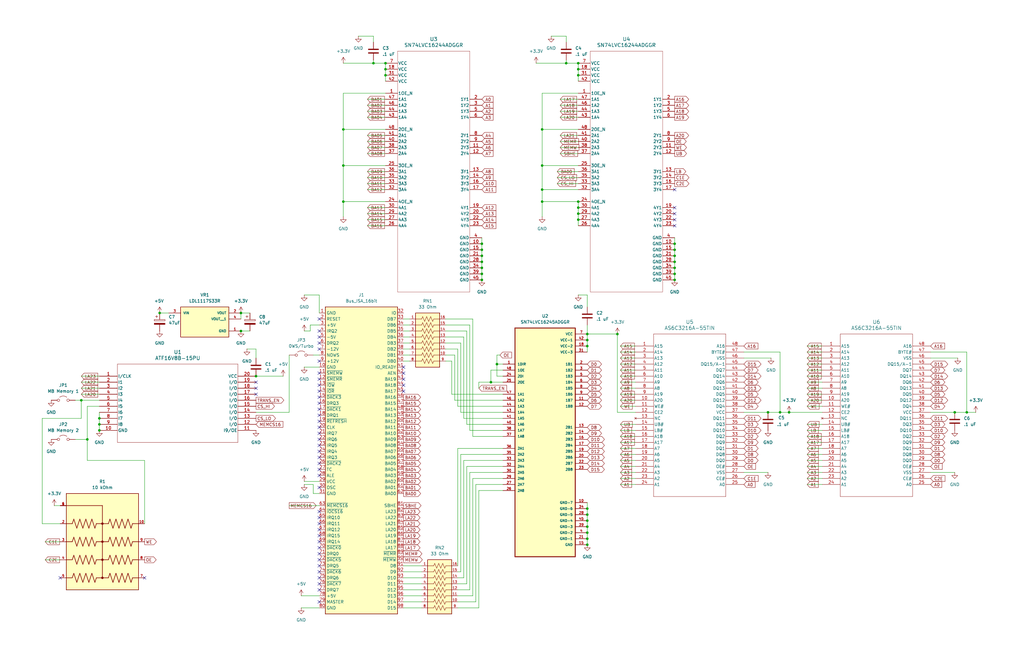
<source format=kicad_sch>
(kicad_sch (version 20250114) (generator "eeschema") (generator_version "9.0")
  (paper "B")
  (junction (at 284.48 105.41))
  (junction (at 247.65 219.71))
  (junction (at 41.91 179.07))
  (junction (at 284.48 118.11))
  (junction (at 228.6 69.85))
  (junction (at 284.48 107.95))
  (junction (at 228.6 85.09))
  (junction (at 41.91 176.53))
  (junction (at 332.74 173.99))
  (junction (at 284.48 110.49))
  (junction (at 247.65 217.17))
  (junction (at 107.95 158.75))
  (junction (at 247.65 229.87))
  (junction (at 207.01 161.29))
  (junction (at 144.78 54.61))
  (junction (at 328.93 173.99))
  (junction (at 247.65 143.51))
  (junction (at 162.56 29.21))
  (junction (at 162.56 31.75))
  (junction (at 407.67 173.99))
  (junction (at 247.65 224.79))
  (junction (at 144.78 85.09))
  (junction (at 243.84 85.09))
  (junction (at 284.48 102.87))
  (junction (at 203.2 107.95))
  (junction (at 260.35 140.97))
  (junction (at 144.78 69.85))
  (junction (at 243.84 90.17))
  (junction (at 203.2 115.57))
  (junction (at 41.91 181.61))
  (junction (at 247.65 227.33))
  (junction (at 243.84 92.71))
  (junction (at 238.76 26.67))
  (junction (at 157.48 26.67))
  (junction (at 247.65 146.05))
  (junction (at 101.6 139.7))
  (junction (at 284.48 113.03))
  (junction (at 34.29 168.91))
  (junction (at 228.6 54.61))
  (junction (at 101.6 132.08))
  (junction (at 203.2 105.41))
  (junction (at 203.2 118.11))
  (junction (at 228.6 80.01))
  (junction (at 243.84 87.63))
  (junction (at 243.84 26.67))
  (junction (at 203.2 102.87))
  (junction (at 284.48 115.57))
  (junction (at 203.2 110.49))
  (junction (at 67.31 132.08))
  (junction (at 247.65 140.97))
  (junction (at 209.55 153.67))
  (junction (at 247.65 222.25))
  (junction (at 247.65 214.63))
  (junction (at 402.59 173.99))
  (junction (at 323.85 173.99))
  (junction (at 243.84 31.75))
  (junction (at 162.56 26.67))
  (junction (at 243.84 29.21))
  (junction (at 36.83 185.42))
  (junction (at 203.2 113.03))
  (no_connect (at 134.62 152.4))
  (no_connect (at 134.62 231.14))
  (no_connect (at 170.18 165.1))
  (no_connect (at 134.62 172.72))
  (no_connect (at 25.4 243.84))
  (no_connect (at 134.62 190.5))
  (no_connect (at 60.96 243.84))
  (no_connect (at 134.62 218.44))
  (no_connect (at 134.62 220.98))
  (no_connect (at 134.62 147.32))
  (no_connect (at 107.95 161.29))
  (no_connect (at 134.62 165.1))
  (no_connect (at 134.62 205.74))
  (no_connect (at 134.62 254))
  (no_connect (at 107.95 163.83))
  (no_connect (at 134.62 200.66))
  (no_connect (at 134.62 134.62))
  (no_connect (at 134.62 142.24))
  (no_connect (at 284.48 92.71))
  (no_connect (at 134.62 187.96))
  (no_connect (at 134.62 185.42))
  (no_connect (at 284.48 95.25))
  (no_connect (at 134.62 170.18))
  (no_connect (at 134.62 157.48))
  (no_connect (at 170.18 162.56))
  (no_connect (at 134.62 195.58))
  (no_connect (at 134.62 193.04))
  (no_connect (at 107.95 166.37))
  (no_connect (at 134.62 175.26))
  (no_connect (at 134.62 241.3))
  (no_connect (at 170.18 154.94))
  (no_connect (at 134.62 139.7))
  (no_connect (at 134.62 177.8))
  (no_connect (at 284.48 87.63))
  (no_connect (at 134.62 226.06))
  (no_connect (at 134.62 238.76))
  (no_connect (at 134.62 162.56))
  (no_connect (at 134.62 246.38))
  (no_connect (at 134.62 182.88))
  (no_connect (at 134.62 215.9))
  (no_connect (at 170.18 157.48))
  (no_connect (at 134.62 248.92))
  (no_connect (at 134.62 236.22))
  (no_connect (at 170.18 160.02))
  (no_connect (at 134.62 228.6))
  (no_connect (at 134.62 223.52))
  (no_connect (at 284.48 80.01))
  (no_connect (at 134.62 144.78))
  (no_connect (at 134.62 243.84))
  (no_connect (at 134.62 198.12))
  (no_connect (at 134.62 180.34))
  (no_connect (at 134.62 167.64))
  (no_connect (at 284.48 90.17))
  (no_connect (at 134.62 233.68))
  (no_connect (at 134.62 160.02))
  (wire (pts (xy 128.27 154.94) (xy 134.62 154.94)))
  (wire (pts (xy 203.2 110.49) (xy 203.2 113.03)))
  (wire (pts (xy 154.94 46.99) (xy 162.56 46.99)))
  (wire (pts (xy 177.8 246.38) (xy 170.18 246.38)))
  (wire (pts (xy 261.62 166.37) (xy 267.97 166.37)))
  (wire (pts (xy 194.31 241.3) (xy 194.31 191.77)))
  (wire (pts (xy 209.55 149.86) (xy 209.55 153.67)))
  (wire (pts (xy 261.62 163.83) (xy 267.97 163.83)))
  (wire (pts (xy 247.65 129.54) (xy 247.65 124.46)))
  (wire (pts (xy 121.92 173.99) (xy 107.95 173.99)))
  (wire (pts (xy 261.62 151.13) (xy 267.97 151.13)))
  (wire (pts (xy 261.62 191.77) (xy 267.97 191.77)))
  (wire (pts (xy 243.84 87.63) (xy 243.84 90.17)))
  (wire (pts (xy 340.36 158.75) (xy 346.71 158.75)))
  (wire (pts (xy 193.04 248.92) (xy 198.12 248.92)))
  (wire (pts (xy 162.56 29.21) (xy 162.56 31.75)))
  (wire (pts (xy 154.94 59.69) (xy 162.56 59.69)))
  (wire (pts (xy 187.96 149.86) (xy 191.77 149.86)))
  (wire (pts (xy 340.36 146.05) (xy 346.71 146.05)))
  (wire (pts (xy 243.84 92.71) (xy 243.84 95.25)))
  (wire (pts (xy 162.56 26.67) (xy 162.56 29.21)))
  (wire (pts (xy 193.04 241.3) (xy 194.31 241.3)))
  (wire (pts (xy 198.12 137.16) (xy 198.12 181.61)))
  (wire (pts (xy 203.2 115.57) (xy 203.2 118.11)))
  (wire (pts (xy 261.62 153.67) (xy 267.97 153.67)))
  (wire (pts (xy 261.62 148.59) (xy 267.97 148.59)))
  (wire (pts (xy 392.43 173.99) (xy 402.59 173.99)))
  (wire (pts (xy 170.18 243.84) (xy 177.8 243.84)))
  (wire (pts (xy 328.93 173.99) (xy 332.74 173.99)))
  (wire (pts (xy 243.84 29.21) (xy 243.84 31.75)))
  (wire (pts (xy 144.78 85.09) (xy 144.78 69.85)))
  (wire (pts (xy 198.12 181.61) (xy 212.09 181.61)))
  (wire (pts (xy 247.65 140.97) (xy 247.65 143.51)))
  (wire (pts (xy 130.81 139.7) (xy 130.81 137.16)))
  (wire (pts (xy 340.36 191.77) (xy 346.71 191.77)))
  (wire (pts (xy 267.97 173.99) (xy 260.35 173.99)))
  (wire (pts (xy 236.22 41.91) (xy 243.84 41.91)))
  (wire (pts (xy 261.62 204.47) (xy 267.97 204.47)))
  (wire (pts (xy 201.93 256.54) (xy 201.93 207.01)))
  (wire (pts (xy 392.43 199.39) (xy 402.59 199.39)))
  (wire (pts (xy 25.4 220.98) (xy 17.78 220.98)))
  (wire (pts (xy 170.18 251.46) (xy 177.8 251.46)))
  (wire (pts (xy 101.6 132.08) (xy 105.41 132.08)))
  (wire (pts (xy 191.77 149.86) (xy 191.77 168.91)))
  (wire (pts (xy 172.72 137.16) (xy 170.18 137.16)))
  (wire (pts (xy 340.36 184.15) (xy 346.71 184.15)))
  (wire (pts (xy 132.08 204.47) (xy 132.08 208.28)))
  (wire (pts (xy 209.55 153.67) (xy 209.55 158.75)))
  (wire (pts (xy 196.85 179.07) (xy 212.09 179.07)))
  (wire (pts (xy 313.69 173.99) (xy 323.85 173.99)))
  (wire (pts (xy 261.62 189.23) (xy 267.97 189.23)))
  (wire (pts (xy 36.83 171.45) (xy 41.91 171.45)))
  (wire (pts (xy 411.48 173.99) (xy 407.67 173.99)))
  (wire (pts (xy 203.2 113.03) (xy 203.2 115.57)))
  (wire (pts (xy 340.36 199.39) (xy 346.71 199.39)))
  (wire (pts (xy 194.31 191.77) (xy 212.09 191.77)))
  (wire (pts (xy 260.35 140.97) (xy 247.65 140.97)))
  (wire (pts (xy 34.29 163.83) (xy 41.91 163.83)))
  (wire (pts (xy 157.48 15.24) (xy 157.48 17.78)))
  (wire (pts (xy 128.27 203.2) (xy 134.62 203.2)))
  (wire (pts (xy 121.92 149.86) (xy 121.92 173.99)))
  (wire (pts (xy 193.04 256.54) (xy 201.93 256.54)))
  (wire (pts (xy 261.62 186.69) (xy 267.97 186.69)))
  (wire (pts (xy 284.48 100.33) (xy 284.48 102.87)))
  (wire (pts (xy 157.48 25.4) (xy 157.48 26.67)))
  (wire (pts (xy 340.36 186.69) (xy 346.71 186.69)))
  (wire (pts (xy 238.76 25.4) (xy 238.76 26.67)))
  (wire (pts (xy 210.82 149.86) (xy 209.55 149.86)))
  (wire (pts (xy 238.76 26.67) (xy 243.84 26.67)))
  (wire (pts (xy 41.91 176.53) (xy 41.91 179.07)))
  (wire (pts (xy 41.91 173.99) (xy 41.91 176.53)))
  (wire (pts (xy 340.36 156.21) (xy 346.71 156.21)))
  (wire (pts (xy 261.62 171.45) (xy 267.97 171.45)))
  (wire (pts (xy 340.36 181.61) (xy 346.71 181.61)))
  (wire (pts (xy 154.94 90.17) (xy 162.56 90.17)))
  (wire (pts (xy 261.62 201.93) (xy 267.97 201.93)))
  (wire (pts (xy 247.65 143.51) (xy 247.65 146.05)))
  (wire (pts (xy 144.78 39.37) (xy 162.56 39.37)))
  (wire (pts (xy 207.01 161.29) (xy 212.09 161.29)))
  (wire (pts (xy 261.62 194.31) (xy 267.97 194.31)))
  (wire (pts (xy 234.95 77.47) (xy 243.84 77.47)))
  (wire (pts (xy 234.95 74.93) (xy 243.84 74.93)))
  (wire (pts (xy 328.93 148.59) (xy 328.93 173.99)))
  (wire (pts (xy 195.58 176.53) (xy 212.09 176.53)))
  (wire (pts (xy 199.39 134.62) (xy 199.39 184.15)))
  (wire (pts (xy 247.65 146.05) (xy 247.65 148.59)))
  (wire (pts (xy 154.94 74.93) (xy 162.56 74.93)))
  (wire (pts (xy 236.22 44.45) (xy 243.84 44.45)))
  (wire (pts (xy 67.31 132.08) (xy 71.12 132.08)))
  (wire (pts (xy 247.65 219.71) (xy 247.65 222.25)))
  (wire (pts (xy 228.6 80.01) (xy 243.84 80.01)))
  (wire (pts (xy 340.36 201.93) (xy 346.71 201.93)))
  (wire (pts (xy 340.36 151.13) (xy 346.71 151.13)))
  (wire (pts (xy 170.18 254) (xy 177.8 254)))
  (wire (pts (xy 201.93 161.29) (xy 207.01 161.29)))
  (wire (pts (xy 31.75 185.42) (xy 36.83 185.42)))
  (wire (pts (xy 187.96 144.78) (xy 194.31 144.78)))
  (wire (pts (xy 340.36 148.59) (xy 346.71 148.59)))
  (wire (pts (xy 144.78 91.44) (xy 144.78 85.09)))
  (wire (pts (xy 203.2 100.33) (xy 203.2 102.87)))
  (wire (pts (xy 36.83 194.31) (xy 36.83 185.42)))
  (wire (pts (xy 154.94 92.71) (xy 162.56 92.71)))
  (wire (pts (xy 236.22 62.23) (xy 243.84 62.23)))
  (wire (pts (xy 212.09 158.75) (xy 209.55 158.75)))
  (wire (pts (xy 187.96 147.32) (xy 193.04 147.32)))
  (wire (pts (xy 284.48 107.95) (xy 284.48 110.49)))
  (wire (pts (xy 407.67 148.59) (xy 407.67 173.99)))
  (wire (pts (xy 144.78 54.61) (xy 162.56 54.61)))
  (wire (pts (xy 36.83 171.45) (xy 36.83 185.42)))
  (wire (pts (xy 228.6 69.85) (xy 243.84 69.85)))
  (wire (pts (xy 154.94 77.47) (xy 162.56 77.47)))
  (wire (pts (xy 236.22 57.15) (xy 243.84 57.15)))
  (wire (pts (xy 200.66 254) (xy 200.66 204.47)))
  (wire (pts (xy 154.94 80.01) (xy 162.56 80.01)))
  (wire (pts (xy 22.86 213.36) (xy 25.4 213.36)))
  (wire (pts (xy 203.2 107.95) (xy 203.2 110.49)))
  (wire (pts (xy 203.2 102.87) (xy 203.2 105.41)))
  (wire (pts (xy 154.94 44.45) (xy 162.56 44.45)))
  (wire (pts (xy 193.04 238.76) (xy 193.04 189.23)))
  (wire (pts (xy 121.92 213.36) (xy 134.62 213.36)))
  (wire (pts (xy 243.84 85.09) (xy 243.84 87.63)))
  (wire (pts (xy 236.22 64.77) (xy 243.84 64.77)))
  (wire (pts (xy 17.78 176.53) (xy 34.29 176.53)))
  (wire (pts (xy 34.29 168.91) (xy 34.29 176.53)))
  (wire (pts (xy 187.96 152.4) (xy 190.5 152.4)))
  (wire (pts (xy 144.78 26.67) (xy 157.48 26.67)))
  (wire (pts (xy 234.95 72.39) (xy 243.84 72.39)))
  (wire (pts (xy 17.78 220.98) (xy 17.78 176.53)))
  (wire (pts (xy 172.72 134.62) (xy 170.18 134.62)))
  (wire (pts (xy 261.62 161.29) (xy 267.97 161.29)))
  (wire (pts (xy 34.29 166.37) (xy 41.91 166.37)))
  (wire (pts (xy 228.6 39.37) (xy 228.6 54.61)))
  (wire (pts (xy 247.65 217.17) (xy 247.65 219.71)))
  (wire (pts (xy 170.18 238.76) (xy 177.8 238.76)))
  (wire (pts (xy 151.13 15.24) (xy 157.48 15.24)))
  (wire (pts (xy 154.94 72.39) (xy 162.56 72.39)))
  (wire (pts (xy 238.76 15.24) (xy 238.76 17.78)))
  (wire (pts (xy 236.22 46.99) (xy 243.84 46.99)))
  (wire (pts (xy 154.94 57.15) (xy 162.56 57.15)))
  (wire (pts (xy 284.48 115.57) (xy 284.48 118.11)))
  (wire (pts (xy 228.6 54.61) (xy 243.84 54.61)))
  (wire (pts (xy 332.74 173.99) (xy 346.71 173.99)))
  (wire (pts (xy 193.04 246.38) (xy 196.85 246.38)))
  (wire (pts (xy 200.66 204.47) (xy 212.09 204.47)))
  (wire (pts (xy 243.84 31.75) (xy 243.84 34.29)))
  (wire (pts (xy 247.65 137.16) (xy 247.65 140.97)))
  (wire (pts (xy 247.65 124.46) (xy 243.84 124.46)))
  (wire (pts (xy 172.72 149.86) (xy 170.18 149.86)))
  (wire (pts (xy 191.77 168.91) (xy 212.09 168.91)))
  (wire (pts (xy 392.43 148.59) (xy 407.67 148.59)))
  (wire (pts (xy 19.05 236.22) (xy 25.4 236.22)))
  (wire (pts (xy 193.04 254) (xy 200.66 254)))
  (wire (pts (xy 193.04 189.23) (xy 212.09 189.23)))
  (wire (pts (xy 260.35 173.99) (xy 260.35 140.97)))
  (wire (pts (xy 313.69 151.13) (xy 325.12 151.13)))
  (wire (pts (xy 236.22 49.53) (xy 243.84 49.53)))
  (wire (pts (xy 134.62 251.46) (xy 127 251.46)))
  (wire (pts (xy 196.85 246.38) (xy 196.85 196.85)))
  (wire (pts (xy 154.94 49.53) (xy 162.56 49.53)))
  (wire (pts (xy 193.04 251.46) (xy 199.39 251.46)))
  (wire (pts (xy 132.08 149.86) (xy 134.62 149.86)))
  (wire (pts (xy 392.43 151.13) (xy 403.86 151.13)))
  (wire (pts (xy 190.5 166.37) (xy 212.09 166.37)))
  (wire (pts (xy 154.94 87.63) (xy 162.56 87.63)))
  (wire (pts (xy 187.96 134.62) (xy 199.39 134.62)))
  (wire (pts (xy 261.62 196.85) (xy 267.97 196.85)))
  (wire (pts (xy 212.09 156.21) (xy 207.01 156.21)))
  (wire (pts (xy 104.14 147.32) (xy 107.95 147.32)))
  (wire (pts (xy 193.04 243.84) (xy 195.58 243.84)))
  (wire (pts (xy 340.36 204.47) (xy 346.71 204.47)))
  (wire (pts (xy 196.85 196.85) (xy 212.09 196.85)))
  (wire (pts (xy 203.2 105.41) (xy 203.2 107.95)))
  (wire (pts (xy 340.36 179.07) (xy 346.71 179.07)))
  (wire (pts (xy 128.27 139.7) (xy 130.81 139.7)))
  (wire (pts (xy 144.78 69.85) (xy 144.78 54.61)))
  (wire (pts (xy 193.04 171.45) (xy 212.09 171.45)))
  (wire (pts (xy 247.65 227.33) (xy 247.65 229.87)))
  (wire (pts (xy 228.6 85.09) (xy 243.84 85.09)))
  (wire (pts (xy 187.96 142.24) (xy 195.58 142.24)))
  (wire (pts (xy 187.96 137.16) (xy 198.12 137.16)))
  (wire (pts (xy 261.62 156.21) (xy 267.97 156.21)))
  (wire (pts (xy 34.29 161.29) (xy 41.91 161.29)))
  (wire (pts (xy 340.36 168.91) (xy 346.71 168.91)))
  (wire (pts (xy 101.6 139.7) (xy 105.41 139.7)))
  (wire (pts (xy 201.93 163.83) (xy 201.93 161.29)))
  (wire (pts (xy 172.72 147.32) (xy 170.18 147.32)))
  (wire (pts (xy 199.39 251.46) (xy 199.39 201.93)))
  (wire (pts (xy 284.48 105.41) (xy 284.48 107.95)))
  (wire (pts (xy 134.62 124.46) (xy 128.27 124.46)))
  (wire (pts (xy 247.65 214.63) (xy 247.65 217.17)))
  (wire (pts (xy 60.96 220.98) (xy 60.96 194.31)))
  (wire (pts (xy 226.06 26.67) (xy 238.76 26.67)))
  (wire (pts (xy 236.22 59.69) (xy 243.84 59.69)))
  (wire (pts (xy 130.81 137.16) (xy 134.62 137.16)))
  (wire (pts (xy 402.59 173.99) (xy 407.67 173.99)))
  (wire (pts (xy 187.96 139.7) (xy 196.85 139.7)))
  (wire (pts (xy 228.6 54.61) (xy 228.6 69.85)))
  (wire (pts (xy 284.48 102.87) (xy 284.48 105.41)))
  (wire (pts (xy 157.48 26.67) (xy 162.56 26.67)))
  (wire (pts (xy 101.6 132.08) (xy 101.6 134.62)))
  (wire (pts (xy 207.01 156.21) (xy 207.01 161.29)))
  (wire (pts (xy 261.62 179.07) (xy 267.97 179.07)))
  (wire (pts (xy 154.94 64.77) (xy 162.56 64.77)))
  (wire (pts (xy 144.78 85.09) (xy 162.56 85.09)))
  (wire (pts (xy 134.62 256.54) (xy 127 256.54)))
  (wire (pts (xy 340.36 166.37) (xy 346.71 166.37)))
  (wire (pts (xy 196.85 139.7) (xy 196.85 179.07)))
  (wire (pts (xy 228.6 39.37) (xy 243.84 39.37)))
  (wire (pts (xy 107.95 147.32) (xy 107.95 151.13)))
  (wire (pts (xy 340.36 171.45) (xy 346.71 171.45)))
  (wire (pts (xy 261.62 146.05) (xy 267.97 146.05)))
  (wire (pts (xy 232.41 15.24) (xy 238.76 15.24)))
  (wire (pts (xy 247.65 224.79) (xy 247.65 227.33)))
  (wire (pts (xy 195.58 243.84) (xy 195.58 194.31)))
  (wire (pts (xy 201.93 207.01) (xy 212.09 207.01)))
  (wire (pts (xy 247.65 212.09) (xy 247.65 214.63)))
  (wire (pts (xy 340.36 189.23) (xy 346.71 189.23)))
  (wire (pts (xy 323.85 173.99) (xy 328.93 173.99)))
  (wire (pts (xy 132.08 208.28) (xy 134.62 208.28)))
  (wire (pts (xy 34.29 158.75) (xy 41.91 158.75)))
  (wire (pts (xy 261.62 168.91) (xy 267.97 168.91)))
  (wire (pts (xy 193.04 147.32) (xy 193.04 171.45)))
  (wire (pts (xy 194.31 144.78) (xy 194.31 173.99)))
  (wire (pts (xy 172.72 144.78) (xy 170.18 144.78)))
  (wire (pts (xy 284.48 110.49) (xy 284.48 113.03)))
  (wire (pts (xy 177.8 248.92) (xy 170.18 248.92)))
  (wire (pts (xy 107.95 158.75) (xy 119.38 158.75)))
  (wire (pts (xy 340.36 153.67) (xy 346.71 153.67)))
  (wire (pts (xy 313.69 148.59) (xy 328.93 148.59)))
  (wire (pts (xy 228.6 85.09) (xy 228.6 91.44)))
  (wire (pts (xy 199.39 184.15) (xy 212.09 184.15)))
  (wire (pts (xy 172.72 142.24) (xy 170.18 142.24)))
  (wire (pts (xy 195.58 194.31) (xy 212.09 194.31)))
  (wire (pts (xy 247.65 222.25) (xy 247.65 224.79)))
  (wire (pts (xy 31.75 168.91) (xy 34.29 168.91)))
  (wire (pts (xy 154.94 95.25) (xy 162.56 95.25)))
  (wire (pts (xy 261.62 199.39) (xy 267.97 199.39)))
  (wire (pts (xy 144.78 69.85) (xy 162.56 69.85)))
  (wire (pts (xy 194.31 173.99) (xy 212.09 173.99)))
  (wire (pts (xy 284.48 113.03) (xy 284.48 115.57)))
  (wire (pts (xy 170.18 256.54) (xy 177.8 256.54)))
  (wire (pts (xy 340.36 194.31) (xy 346.71 194.31)))
  (wire (pts (xy 243.84 90.17) (xy 243.84 92.71)))
  (wire (pts (xy 172.72 152.4) (xy 170.18 152.4)))
  (wire (pts (xy 228.6 69.85) (xy 228.6 80.01)))
  (wire (pts (xy 209.55 153.67) (xy 212.09 153.67)))
  (wire (pts (xy 340.36 161.29) (xy 346.71 161.29)))
  (wire (pts (xy 261.62 158.75) (xy 267.97 158.75)))
  (wire (pts (xy 172.72 139.7) (xy 170.18 139.7)))
  (wire (pts (xy 134.62 132.08) (xy 134.62 124.46)))
  (wire (pts (xy 228.6 80.01) (xy 228.6 85.09)))
  (wire (pts (xy 41.91 179.07) (xy 41.91 181.61)))
  (wire (pts (xy 154.94 62.23) (xy 162.56 62.23)))
  (wire (pts (xy 313.69 199.39) (xy 323.85 199.39)))
  (wire (pts (xy 144.78 54.61) (xy 144.78 39.37)))
  (wire (pts (xy 340.36 196.85) (xy 346.71 196.85)))
  (wire (pts (xy 162.56 31.75) (xy 162.56 34.29)))
  (wire (pts (xy 19.05 228.6) (xy 25.4 228.6)))
  (wire (pts (xy 340.36 163.83) (xy 346.71 163.83)))
  (wire (pts (xy 60.96 194.31) (xy 36.83 194.31)))
  (wire (pts (xy 34.29 168.91) (xy 41.91 168.91)))
  (wire (pts (xy 198.12 199.39) (xy 212.09 199.39)))
  (wire (pts (xy 199.39 201.93) (xy 212.09 201.93)))
  (wire (pts (xy 261.62 184.15) (xy 267.97 184.15)))
  (wire (pts (xy 190.5 152.4) (xy 190.5 166.37)))
  (wire (pts (xy 198.12 248.92) (xy 198.12 199.39)))
  (wire (pts (xy 177.8 241.3) (xy 170.18 241.3)))
  (wire (pts (xy 154.94 41.91) (xy 162.56 41.91)))
  (wire (pts (xy 243.84 26.67) (xy 243.84 29.21)))
  (wire (pts (xy 195.58 142.24) (xy 195.58 176.53)))
  (wire (pts (xy 128.27 204.47) (xy 132.08 204.47)))
  (wire (pts (xy 261.62 181.61) (xy 267.97 181.61)))
  (global_label "D7" (shape bidirectional) (at 313.69 156.21 0) (property "Intersheetrefs" "${INTERSHEET_REFS}" (effects (hide yes))))
  (global_label "A9" (shape input) (at 340.36 161.29 0) (property "Intersheetrefs" "${INTERSHEET_REFS}" (effects (hide yes))))
  (global_label "A19" (shape input) (at 340.36 166.37 0) (property "Intersheetrefs" "${INTERSHEET_REFS}" (effects (hide yes))))
  (global_label "LA17" (shape output) (at 170.18 231.14 0) (property "Intersheetrefs" "${INTERSHEET_REFS}" (effects (hide yes))))
  (global_label "D11" (shape bidirectional) (at 313.69 176.53 0) (property "Intersheetrefs" "${INTERSHEET_REFS}" (effects (hide yes))))
  (global_label "SBHE" (shape input) (at 236.22 64.77 0) (property "Intersheetrefs" "${INTERSHEET_REFS}" (effects (hide yes))))
  (global_label "OE" (shape input) (at 210.82 149.86 0) (property "Intersheetrefs" "${INTERSHEET_REFS}" (effects (hide yes))))
  (global_label "A8" (shape input) (at 261.62 163.83 0) (property "Intersheetrefs" "${INTERSHEET_REFS}" (effects (hide yes))))
  (global_label "A10" (shape input) (at 203.2 77.47 0) (property "Intersheetrefs" "${INTERSHEET_REFS}" (effects (hide yes))))
  (global_label "A10" (shape input) (at 261.62 158.75 0) (property "Intersheetrefs" "${INTERSHEET_REFS}" (effects (hide yes))))
  (global_label "MEMR" (shape input) (at 236.22 59.69 0) (property "Intersheetrefs" "${INTERSHEET_REFS}" (effects (hide yes))))
  (global_label "A3" (shape input) (at 203.2 49.53 0) (property "Intersheetrefs" "${INTERSHEET_REFS}" (effects (hide yes))))
  (global_label "D9" (shape bidirectional) (at 313.69 186.69 0) (property "Intersheetrefs" "${INTERSHEET_REFS}" (effects (hide yes))))
  (global_label "A20" (shape input) (at 261.62 168.91 0) (property "Intersheetrefs" "${INTERSHEET_REFS}" (effects (hide yes))))
  (global_label "LB" (shape input) (at 340.36 181.61 0) (property "Intersheetrefs" "${INTERSHEET_REFS}" (effects (hide yes))))
  (global_label "LA17" (shape input) (at 236.22 41.91 0) (property "Intersheetrefs" "${INTERSHEET_REFS}" (effects (hide yes))))
  (global_label "A9" (shape input) (at 203.2 74.93 0) (property "Intersheetrefs" "${INTERSHEET_REFS}" (effects (hide yes))))
  (global_label "D5" (shape bidirectional) (at 247.65 166.37 0) (property "Intersheetrefs" "${INTERSHEET_REFS}" (effects (hide yes))))
  (global_label "D3" (shape bidirectional) (at 392.43 179.07 0) (property "Intersheetrefs" "${INTERSHEET_REFS}" (effects (hide yes))))
  (global_label "D4" (shape bidirectional) (at 247.65 163.83 0) (property "Intersheetrefs" "${INTERSHEET_REFS}" (effects (hide yes))))
  (global_label "A2" (shape input) (at 203.2 46.99 0) (property "Intersheetrefs" "${INTERSHEET_REFS}" (effects (hide yes))))
  (global_label "A7" (shape input) (at 340.36 189.23 0) (property "Intersheetrefs" "${INTERSHEET_REFS}" (effects (hide yes))))
  (global_label "D11" (shape bidirectional) (at 247.65 187.96 0) (property "Intersheetrefs" "${INTERSHEET_REFS}" (effects (hide yes))))
  (global_label "A1" (shape input) (at 340.36 204.47 0) (property "Intersheetrefs" "${INTERSHEET_REFS}" (effects (hide yes))))
  (global_label "LA21" (shape input) (at 236.22 57.15 0) (property "Intersheetrefs" "${INTERSHEET_REFS}" (effects (hide yes))))
  (global_label "OE" (shape output) (at 284.48 59.69 0) (property "Intersheetrefs" "${INTERSHEET_REFS}" (effects (hide yes))))
  (global_label "BA08" (shape input) (at 154.94 64.77 0) (property "Intersheetrefs" "${INTERSHEET_REFS}" (effects (hide yes))))
  (global_label "A20" (shape output) (at 284.48 57.15 0) (property "Intersheetrefs" "${INTERSHEET_REFS}" (effects (hide yes))))
  (global_label "CS_HI" (shape output) (at 107.95 171.45 0) (property "Intersheetrefs" "${INTERSHEET_REFS}" (effects (hide yes))))
  (global_label "A2" (shape input) (at 340.36 201.93 0) (property "Intersheetrefs" "${INTERSHEET_REFS}" (effects (hide yes))))
  (global_label "BA03" (shape output) (at 170.18 200.66 0) (property "Intersheetrefs" "${INTERSHEET_REFS}" (effects (hide yes))))
  (global_label "MEMW" (shape input) (at 236.22 62.23 0) (property "Intersheetrefs" "${INTERSHEET_REFS}" (effects (hide yes))))
  (global_label "D8" (shape bidirectional) (at 247.65 180.34 0) (property "Intersheetrefs" "${INTERSHEET_REFS}" (effects (hide yes))))
  (global_label "BA15" (shape input) (at 154.94 92.71 0) (property "Intersheetrefs" "${INTERSHEET_REFS}" (effects (hide yes))))
  (global_label "D14" (shape bidirectional) (at 392.43 158.75 0) (property "Intersheetrefs" "${INTERSHEET_REFS}" (effects (hide yes))))
  (global_label "A0" (shape input) (at 392.43 204.47 0) (property "Intersheetrefs" "${INTERSHEET_REFS}" (effects (hide yes))))
  (global_label "CS_LO" (shape input) (at 234.95 74.93 0) (property "Intersheetrefs" "${INTERSHEET_REFS}" (effects (hide yes))))
  (global_label "UB" (shape output) (at 284.48 64.77 0) (property "Intersheetrefs" "${INTERSHEET_REFS}" (effects (hide yes))))
  (global_label "LA20" (shape output) (at 170.18 223.52 0) (property "Intersheetrefs" "${INTERSHEET_REFS}" (effects (hide yes))))
  (global_label "D2" (shape bidirectional) (at 247.65 158.75 0) (property "Intersheetrefs" "${INTERSHEET_REFS}" (effects (hide yes))))
  (global_label "MEMCS16" (shape input) (at 107.95 179.07 0) (property "Intersheetrefs" "${INTERSHEET_REFS}" (effects (hide yes))))
  (global_label "D13" (shape bidirectional) (at 313.69 163.83 0) (property "Intersheetrefs" "${INTERSHEET_REFS}" (effects (hide yes))))
  (global_label "LA21" (shape input) (at 34.29 163.83 0) (property "Intersheetrefs" "${INTERSHEET_REFS}" (effects (hide yes))))
  (global_label "A6" (shape input) (at 261.62 191.77 0) (property "Intersheetrefs" "${INTERSHEET_REFS}" (effects (hide yes))))
  (global_label "A19" (shape input) (at 261.62 166.37 0) (property "Intersheetrefs" "${INTERSHEET_REFS}" (effects (hide yes))))
  (global_label "LA20" (shape input) (at 236.22 49.53 0) (property "Intersheetrefs" "${INTERSHEET_REFS}" (effects (hide yes))))
  (global_label "A18" (shape input) (at 261.62 184.15 0) (property "Intersheetrefs" "${INTERSHEET_REFS}" (effects (hide yes))))
  (global_label "A11" (shape input) (at 203.2 80.01 0) (property "Intersheetrefs" "${INTERSHEET_REFS}" (effects (hide yes))))
  (global_label "BA07" (shape input) (at 154.94 62.23 0) (property "Intersheetrefs" "${INTERSHEET_REFS}" (effects (hide yes))))
  (global_label "BA02" (shape input) (at 154.94 44.45 0) (property "Intersheetrefs" "${INTERSHEET_REFS}" (effects (hide yes))))
  (global_label "BA07" (shape output) (at 170.18 190.5 0) (property "Intersheetrefs" "${INTERSHEET_REFS}" (effects (hide yes))))
  (global_label "A7" (shape input) (at 261.62 189.23 0) (property "Intersheetrefs" "${INTERSHEET_REFS}" (effects (hide yes))))
  (global_label "D14" (shape bidirectional) (at 313.69 158.75 0) (property "Intersheetrefs" "${INTERSHEET_REFS}" (effects (hide yes))))
  (global_label "UB" (shape input) (at 261.62 179.07 0) (property "Intersheetrefs" "${INTERSHEET_REFS}" (effects (hide yes))))
  (global_label "A14" (shape input) (at 261.62 148.59 0) (property "Intersheetrefs" "${INTERSHEET_REFS}" (effects (hide yes))))
  (global_label "A13" (shape input) (at 261.62 151.13 0) (property "Intersheetrefs" "${INTERSHEET_REFS}" (effects (hide yes))))
  (global_label "A3" (shape input) (at 261.62 199.39 0) (property "Intersheetrefs" "${INTERSHEET_REFS}" (effects (hide yes))))
  (global_label "A7" (shape input) (at 203.2 64.77 0) (property "Intersheetrefs" "${INTERSHEET_REFS}" (effects (hide yes))))
  (global_label "A13" (shape input) (at 203.2 90.17 0) (property "Intersheetrefs" "${INTERSHEET_REFS}" (effects (hide yes))))
  (global_label "D0" (shape bidirectional) (at 392.43 194.31 0) (property "Intersheetrefs" "${INTERSHEET_REFS}" (effects (hide yes))))
  (global_label "D12" (shape bidirectional) (at 247.65 190.5 0) (property "Intersheetrefs" "${INTERSHEET_REFS}" (effects (hide yes))))
  (global_label "A11" (shape input) (at 340.36 156.21 0) (property "Intersheetrefs" "${INTERSHEET_REFS}" (effects (hide yes))))
  (global_label "LA23" (shape input) (at 34.29 158.75 0) (property "Intersheetrefs" "${INTERSHEET_REFS}" (effects (hide yes))))
  (global_label "A10" (shape input) (at 340.36 158.75 0) (property "Intersheetrefs" "${INTERSHEET_REFS}" (effects (hide yes))))
  (global_label "D8" (shape bidirectional) (at 392.43 191.77 0) (property "Intersheetrefs" "${INTERSHEET_REFS}" (effects (hide yes))))
  (global_label "A12" (shape input) (at 261.62 153.67 0) (property "Intersheetrefs" "${INTERSHEET_REFS}" (effects (hide yes))))
  (global_label "LA18" (shape input) (at 236.22 44.45 0) (property "Intersheetrefs" "${INTERSHEET_REFS}" (effects (hide yes))))
  (global_label "A20" (shape input) (at 340.36 168.91 0) (property "Intersheetrefs" "${INTERSHEET_REFS}" (effects (hide yes))))
  (global_label "C2E" (shape input) (at 392.43 201.93 0) (property "Intersheetrefs" "${INTERSHEET_REFS}" (effects (hide yes))))
  (global_label "LA19" (shape input) (at 236.22 46.99 0) (property "Intersheetrefs" "${INTERSHEET_REFS}" (effects (hide yes))))
  (global_label "MEMCS16" (shape output) (at 121.92 213.36 0) (property "Intersheetrefs" "${INTERSHEET_REFS}" (effects (hide yes))))
  (global_label "D6" (shape bidirectional) (at 392.43 161.29 0) (property "Intersheetrefs" "${INTERSHEET_REFS}" (effects (hide yes))))
  (global_label "A15" (shape input) (at 203.2 95.25 0) (property "Intersheetrefs" "${INTERSHEET_REFS}" (effects (hide yes))))
  (global_label "BA16" (shape input) (at 154.94 95.25 0) (property "Intersheetrefs" "${INTERSHEET_REFS}" (effects (hide yes))))
  (global_label "A8" (shape input) (at 340.36 163.83 0) (property "Intersheetrefs" "${INTERSHEET_REFS}" (effects (hide yes))))
  (global_label "A15" (shape input) (at 261.62 146.05 0) (property "Intersheetrefs" "${INTERSHEET_REFS}" (effects (hide yes))))
  (global_label "WE" (shape output) (at 284.48 62.23 0) (property "Intersheetrefs" "${INTERSHEET_REFS}" (effects (hide yes))))
  (global_label "BA05" (shape output) (at 170.18 195.58 0) (property "Intersheetrefs" "${INTERSHEET_REFS}" (effects (hide yes))))
  (global_label "A6" (shape input) (at 340.36 191.77 0) (property "Intersheetrefs" "${INTERSHEET_REFS}" (effects (hide yes))))
  (global_label "A12" (shape input) (at 340.36 153.67 0) (property "Intersheetrefs" "${INTERSHEET_REFS}" (effects (hide yes))))
  (global_label "OE" (shape output) (at 60.96 236.22 0) (property "Intersheetrefs" "${INTERSHEET_REFS}" (effects (hide yes))))
  (global_label "C2E" (shape output) (at 284.48 77.47 0) (property "Intersheetrefs" "${INTERSHEET_REFS}" (effects (hide yes))))
  (global_label "D5" (shape bidirectional) (at 392.43 166.37 0) (property "Intersheetrefs" "${INTERSHEET_REFS}" (effects (hide yes))))
  (global_label "D13" (shape bidirectional) (at 392.43 163.83 0) (property "Intersheetrefs" "${INTERSHEET_REFS}" (effects (hide yes))))
  (global_label "BA06" (shape input) (at 154.94 59.69 0) (property "Intersheetrefs" "${INTERSHEET_REFS}" (effects (hide yes))))
  (global_label "LA22" (shape output) (at 170.18 218.44 0) (property "Intersheetrefs" "${INTERSHEET_REFS}" (effects (hide yes))))
  (global_label "D1" (shape bidirectional) (at 247.65 156.21 0) (property "Intersheetrefs" "${INTERSHEET_REFS}" (effects (hide yes))))
  (global_label "SBHE" (shape output) (at 170.18 213.36 0) (property "Intersheetrefs" "${INTERSHEET_REFS}" (effects (hide yes))))
  (global_label "D0" (shape bidirectional) (at 313.69 194.31 0) (property "Intersheetrefs" "${INTERSHEET_REFS}" (effects (hide yes))))
  (global_label "C1E" (shape input) (at 19.05 228.6 0) (property "Intersheetrefs" "${INTERSHEET_REFS}" (effects (hide yes))))
  (global_label "A4" (shape input) (at 203.2 57.15 0) (property "Intersheetrefs" "${INTERSHEET_REFS}" (effects (hide yes))))
  (global_label "CS_HI" (shape input) (at 234.95 77.47 0) (property "Intersheetrefs" "${INTERSHEET_REFS}" (effects (hide yes))))
  (global_label "LA21" (shape output) (at 170.18 220.98 0) (property "Intersheetrefs" "${INTERSHEET_REFS}" (effects (hide yes))))
  (global_label "A5" (shape input) (at 340.36 194.31 0) (property "Intersheetrefs" "${INTERSHEET_REFS}" (effects (hide yes))))
  (global_label "A8" (shape input) (at 203.2 72.39 0) (property "Intersheetrefs" "${INTERSHEET_REFS}" (effects (hide yes))))
  (global_label "D7" (shape bidirectional) (at 392.43 156.21 0) (property "Intersheetrefs" "${INTERSHEET_REFS}" (effects (hide yes))))
  (global_label "A14" (shape input) (at 203.2 92.71 0) (property "Intersheetrefs" "${INTERSHEET_REFS}" (effects (hide yes))))
  (global_label "BA11" (shape output) (at 170.18 180.34 0) (property "Intersheetrefs" "${INTERSHEET_REFS}" (effects (hide yes))))
  (global_label "D6" (shape bidirectional) (at 247.65 168.91 0) (property "Intersheetrefs" "${INTERSHEET_REFS}" (effects (hide yes))))
  (global_label "A19" (shape output) (at 284.48 49.53 0) (property "Intersheetrefs" "${INTERSHEET_REFS}" (effects (hide yes))))
  (global_label "D0" (shape bidirectional) (at 247.65 153.67 0) (property "Intersheetrefs" "${INTERSHEET_REFS}" (effects (hide yes))))
  (global_label "BA13" (shape input) (at 154.94 87.63 0) (property "Intersheetrefs" "${INTERSHEET_REFS}" (effects (hide yes))))
  (global_label "WE" (shape output) (at 60.96 228.6 0) (property "Intersheetrefs" "${INTERSHEET_REFS}" (effects (hide yes))))
  (global_label "A5" (shape input) (at 261.62 194.31 0) (property "Intersheetrefs" "${INTERSHEET_REFS}" (effects (hide yes))))
  (global_label "D4" (shape bidirectional) (at 392.43 171.45 0) (property "Intersheetrefs" "${INTERSHEET_REFS}" (effects (hide yes))))
  (global_label "A5" (shape input) (at 203.2 59.69 0) (property "Intersheetrefs" "${INTERSHEET_REFS}" (effects (hide yes))))
  (global_label "A15" (shape input) (at 340.36 146.05 0) (property "Intersheetrefs" "${INTERSHEET_REFS}" (effects (hide yes))))
  (global_label "BA02" (shape output) (at 170.18 203.2 0) (property "Intersheetrefs" "${INTERSHEET_REFS}" (effects (hide yes))))
  (global_label "UB" (shape input) (at 340.36 179.07 0) (property "Intersheetrefs" "${INTERSHEET_REFS}" (effects (hide yes))))
  (global_label "D2" (shape bidirectional) (at 313.69 184.15 0) (property "Intersheetrefs" "${INTERSHEET_REFS}" (effects (hide yes))))
  (global_label "A0" (shape input) (at 203.2 41.91 0) (property "Intersheetrefs" "${INTERSHEET_REFS}" (effects (hide yes))))
  (global_label "D10" (shape bidirectional) (at 313.69 181.61 0) (property "Intersheetrefs" "${INTERSHEET_REFS}" (effects (hide yes))))
  (global_label "BA14" (shape output) (at 170.18 172.72 0) (property "Intersheetrefs" "${INTERSHEET_REFS}" (effects (hide yes))))
  (global_label "A3" (shape input) (at 340.36 199.39 0) (property "Intersheetrefs" "${INTERSHEET_REFS}" (effects (hide yes))))
  (global_label "LA23" (shape output) (at 170.18 215.9 0) (property "Intersheetrefs" "${INTERSHEET_REFS}" (effects (hide yes))))
  (global_label "LA20" (shape input) (at 34.29 166.37 0) (property "Intersheetrefs" "${INTERSHEET_REFS}" (effects (hide yes))))
  (global_label "LA18" (shape output) (at 170.18 228.6 0) (property "Intersheetrefs" "${INTERSHEET_REFS}" (effects (hide yes))))
  (global_label "A4" (shape input) (at 340.36 196.85 0) (property "Intersheetrefs" "${INTERSHEET_REFS}" (effects (hide yes))))
  (global_label "D8" (shape bidirectional) (at 313.69 191.77 0) (property "Intersheetrefs" "${INTERSHEET_REFS}" (effects (hide yes))))
  (global_label "OE" (shape input) (at 392.43 196.85 0) (property "Intersheetrefs" "${INTERSHEET_REFS}" (effects (hide yes))))
  (global_label "A16" (shape input) (at 313.69 146.05 0) (property "Intersheetrefs" "${INTERSHEET_REFS}" (effects (hide yes))))
  (global_label "A16" (shape input) (at 392.43 146.05 0) (property "Intersheetrefs" "${INTERSHEET_REFS}" (effects (hide yes))))
  (global_label "BA10" (shape output) (at 170.18 182.88 0) (property "Intersheetrefs" "${INTERSHEET_REFS}" (effects (hide yes))))
  (global_label "D10" (shape bidirectional) (at 247.65 185.42 0) (property "Intersheetrefs" "${INTERSHEET_REFS}" (effects (hide yes))))
  (global_label "A18" (shape output) (at 284.48 46.99 0) (property "Intersheetrefs" "${INTERSHEET_REFS}" (effects (hide yes))))
  (global_label "D14" (shape bidirectional) (at 247.65 195.58 0) (property "Intersheetrefs" "${INTERSHEET_REFS}" (effects (hide yes))))
  (global_label "C2E" (shape input) (at 19.05 236.22 0) (property "Intersheetrefs" "${INTERSHEET_REFS}" (effects (hide yes))))
  (global_label "CS_LO" (shape output) (at 107.95 176.53 0) (property "Intersheetrefs" "${INTERSHEET_REFS}" (effects (hide yes))))
  (global_label "D15" (shape bidirectional) (at 392.43 153.67 0) (property "Intersheetrefs" "${INTERSHEET_REFS}" (effects (hide yes))))
  (global_label "C1E" (shape input) (at 313.69 201.93 0) (property "Intersheetrefs" "${INTERSHEET_REFS}" (effects (hide yes))))
  (global_label "D9" (shape bidirectional) (at 392.43 186.69 0) (property "Intersheetrefs" "${INTERSHEET_REFS}" (effects (hide yes))))
  (global_label "A9" (shape input) (at 261.62 161.29 0) (property "Intersheetrefs" "${INTERSHEET_REFS}" (effects (hide yes))))
  (global_label "BA16" (shape output) (at 170.18 167.64 0) (property "Intersheetrefs" "${INTERSHEET_REFS}" (effects (hide yes))))
  (global_label "LB" (shape output) (at 284.48 72.39 0) (property "Intersheetrefs" "${INTERSHEET_REFS}" (effects (hide yes))))
  (global_label "D15" (shape bidirectional) (at 247.65 198.12 0) (property "Intersheetrefs" "${INTERSHEET_REFS}" (effects (hide yes))))
  (global_label "D5" (shape bidirectional) (at 313.69 166.37 0) (property "Intersheetrefs" "${INTERSHEET_REFS}" (effects (hide yes))))
  (global_label "D7" (shape bidirectional) (at 247.65 171.45 0) (property "Intersheetrefs" "${INTERSHEET_REFS}" (effects (hide yes))))
  (global_label "BA01" (shape output) (at 170.18 205.74 0) (property "Intersheetrefs" "${INTERSHEET_REFS}" (effects (hide yes))))
  (global_label "LA22" (shape input) (at 34.29 161.29 0) (property "Intersheetrefs" "${INTERSHEET_REFS}" (effects (hide yes))))
  (global_label "A17" (shape input) (at 340.36 186.69 0) (property "Intersheetrefs" "${INTERSHEET_REFS}" (effects (hide yes))))
  (global_label "MEMW" (shape output) (at 170.18 236.22 0) (property "Intersheetrefs" "${INTERSHEET_REFS}" (effects (hide yes))))
  (global_label "BA00" (shape input) (at 234.95 72.39 0) (property "Intersheetrefs" "${INTERSHEET_REFS}" (effects (hide yes))))
  (global_label "LB" (shape input) (at 261.62 181.61 0) (property "Intersheetrefs" "${INTERSHEET_REFS}" (effects (hide yes))))
  (global_label "A4" (shape input) (at 261.62 196.85 0) (property "Intersheetrefs" "${INTERSHEET_REFS}" (effects (hide yes))))
  (global_label "BA12" (shape input) (at 154.94 80.01 0) (property "Intersheetrefs" "${INTERSHEET_REFS}" (effects (hide yes))))
  (global_label "BA09" (shape output) (at 170.18 185.42 0) (property "Intersheetrefs" "${INTERSHEET_REFS}" (effects (hide yes))))
  (global_label "A14" (shape input) (at 340.36 148.59 0) (property "Intersheetrefs" "${INTERSHEET_REFS}" (effects (hide yes))))
  (global_label "BA06" (shape output) (at 170.18 193.04 0) (property "Intersheetrefs" "${INTERSHEET_REFS}" (effects (hide yes))))
  (global_label "D4" (shape bidirectional) (at 313.69 171.45 0) (property "Intersheetrefs" "${INTERSHEET_REFS}" (effects (hide yes))))
  (global_label "A13" (shape input) (at 340.36 151.13 0) (property "Intersheetrefs" "${INTERSHEET_REFS}" (effects (hide yes))))
  (global_label "D1" (shape bidirectional) (at 313.69 189.23 0) (property "Intersheetrefs" "${INTERSHEET_REFS}" (effects (hide yes))))
  (global_label "A17" (shape input) (at 261.62 186.69 0) (property "Intersheetrefs" "${INTERSHEET_REFS}" (effects (hide yes))))
  (global_label "D9" (shape bidirectional) (at 247.65 182.88 0) (property "Intersheetrefs" "${INTERSHEET_REFS}" (effects (hide yes))))
  (global_label "LA19" (shape output) (at 170.18 226.06 0) (property "Intersheetrefs" "${INTERSHEET_REFS}" (effects (hide yes))))
  (global_label "TRANS_EN" (shape input) (at 201.93 163.83 0) (property "Intersheetrefs" "${INTERSHEET_REFS}" (effects (hide yes))))
  (global_label "A0" (shape input) (at 313.69 204.47 0) (property "Intersheetrefs" "${INTERSHEET_REFS}" (effects (hide yes))))
  (global_label "OE" (shape input) (at 313.69 196.85 0) (property "Intersheetrefs" "${INTERSHEET_REFS}" (effects (hide yes))))
  (global_label "D3" (shape bidirectional) (at 247.65 161.29 0) (property "Intersheetrefs" "${INTERSHEET_REFS}" (effects (hide yes))))
  (global_label "WE" (shape input) (at 261.62 171.45 0) (property "Intersheetrefs" "${INTERSHEET_REFS}" (effects (hide yes))))
  (global_label "D1" (shape bidirectional) (at 392.43 189.23 0) (property "Intersheetrefs" "${INTERSHEET_REFS}" (effects (hide yes))))
  (global_label "D6" (shape bidirectional) (at 313.69 161.29 0) (property "Intersheetrefs" "${INTERSHEET_REFS}" (effects (hide yes))))
  (global_label "D15" (shape bidirectional) (at 313.69 153.67 0) (property "Intersheetrefs" "${INTERSHEET_REFS}" (effects (hide yes))))
  (global_label "BA14" (shape input) (at 154.94 90.17 0) (property "Intersheetrefs" "${INTERSHEET_REFS}" (effects (hide yes))))
  (global_label "BA03" (shape input) (at 154.94 46.99 0) (property "Intersheetrefs" "${INTERSHEET_REFS}" (effects (hide yes))))
  (global_label "BA12" (shape output) (at 170.18 177.8 0) (property "Intersheetrefs" "${INTERSHEET_REFS}" (effects (hide yes))))
  (global_label "D10" (shape bidirectional) (at 392.43 181.61 0) (property "Intersheetrefs" "${INTERSHEET_REFS}" (effects (hide yes))))
  (global_label "BA00" (shape output) (at 170.18 208.28 0) (property "Intersheetrefs" "${INTERSHEET_REFS}" (effects (hide yes))))
  (global_label "A12" (shape input) (at 203.2 87.63 0) (property "Intersheetrefs" "${INTERSHEET_REFS}" (effects (hide yes))))
  (global_label "D3" (shape bidirectional) (at 313.69 179.07 0) (property "Intersheetrefs" "${INTERSHEET_REFS}" (effects (hide yes))))
  (global_label "A16" (shape output) (at 284.48 41.91 0) (property "Intersheetrefs" "${INTERSHEET_REFS}" (effects (hide yes))))
  (global_label "BA09" (shape input) (at 154.94 72.39 0) (property "Intersheetrefs" "${INTERSHEET_REFS}" (effects (hide yes))))
  (global_label "D12" (shape bidirectional) (at 392.43 168.91 0) (property "Intersheetrefs" "${INTERSHEET_REFS}" (effects (hide yes))))
  (global_label "BA08" (shape output) (at 170.18 187.96 0) (property "Intersheetrefs" "${INTERSHEET_REFS}" (effects (hide yes))))
  (global_label "A17" (shape output) (at 284.48 44.45 0) (property "Intersheetrefs" "${INTERSHEET_REFS}" (effects (hide yes))))
  (global_label "D13" (shape bidirectional) (at 247.65 193.04 0) (property "Intersheetrefs" "${INTERSHEET_REFS}" (effects (hide yes))))
  (global_label "A18" (shape input) (at 340.36 184.15 0) (property "Intersheetrefs" "${INTERSHEET_REFS}" (effects (hide yes))))
  (global_label "WE" (shape input) (at 340.36 171.45 0) (property "Intersheetrefs" "${INTERSHEET_REFS}" (effects (hide yes))))
  (global_label "C1E" (shape output) (at 284.48 74.93 0) (property "Intersheetrefs" "${INTERSHEET_REFS}" (effects (hide yes))))
  (global_label "D11" (shape bidirectional) (at 392.43 176.53 0) (property "Intersheetrefs" "${INTERSHEET_REFS}" (effects (hide yes))))
  (global_label "BA10" (shape input) (at 154.94 74.93 0) (property "Intersheetrefs" "${INTERSHEET_REFS}" (effects (hide yes))))
  (global_label "A1" (shape input) (at 261.62 204.47 0) (property "Intersheetrefs" "${INTERSHEET_REFS}" (effects (hide yes))))
  (global_label "BA01" (shape input) (at 154.94 41.91 0) (property "Intersheetrefs" "${INTERSHEET_REFS}" (effects (hide yes))))
  (global_label "BA05" (shape input) (at 154.94 57.15 0) (property "Intersheetrefs" "${INTERSHEET_REFS}" (effects (hide yes))))
  (global_label "BA11" (shape input) (at 154.94 77.47 0) (property "Intersheetrefs" "${INTERSHEET_REFS}" (effects (hide yes))))
  (global_label "A1" (shape input) (at 203.2 44.45 0) (property "Intersheetrefs" "${INTERSHEET_REFS}" (effects (hide yes))))
  (global_label "TRANS_EN" (shape output) (at 107.95 168.91 0) (property "Intersheetrefs" "${INTERSHEET_REFS}" (effects (hide yes))))
  (global_label "D12" (shape bidirectional) (at 313.69 168.91 0) (property "Intersheetrefs" "${INTERSHEET_REFS}" (effects (hide yes))))
  (global_label "BA15" (shape output) (at 170.18 170.18 0) (property "Intersheetrefs" "${INTERSHEET_REFS}" (effects (hide yes))))
  (global_label "D2" (shape bidirectional) (at 392.43 184.15 0) (property "Intersheetrefs" "${INTERSHEET_REFS}" (effects (hide yes))))
  (global_label "BA04" (shape input) (at 154.94 49.53 0) (property "Intersheetrefs" "${INTERSHEET_REFS}" (effects (hide yes))))
  (global_label "A6" (shape input) (at 203.2 62.23 0) (property "Intersheetrefs" "${INTERSHEET_REFS}" (effects (hide yes))))
  (global_label "BA04" (shape output) (at 170.18 198.12 0) (property "Intersheetrefs" "${INTERSHEET_REFS}" (effects (hide yes))))
  (global_label "BA13" (shape output) (at 170.18 175.26 0) (property "Intersheetrefs" "${INTERSHEET_REFS}" (effects (hide yes))))
  (global_label "MEMR" (shape output) (at 170.18 233.68 0) (property "Intersheetrefs" "${INTERSHEET_REFS}" (effects (hide yes))))
  (global_label "A2" (shape input) (at 261.62 201.93 0) (property "Intersheetrefs" "${INTERSHEET_REFS}" (effects (hide yes))))
  (global_label "A11" (shape input) (at 261.62 156.21 0) (property "Intersheetrefs" "${INTERSHEET_REFS}" (effects (hide yes))))
  (symbol (lib_id "power:+3.3V") (at 144.78 26.67 0) (unit 1)
    (property "Reference" "#PWR08" (effects (hide yes)))
    (property "Value" "+3.3V" (at 144.78 21.59 0))
    (property "Description" "Power symbol creates a global label with name \"+3.3V\"" (effects (hide yes)))
  )
  (symbol (lib_id "power:GND") (at 21.59 168.91 0) (unit 1)
    (property "Reference" "#PWR028" (effects (hide yes)))
    (property "Value" "GND" (at 21.59 173.99 0))
    (property "Description" "Power symbol creates a global label with name \"GND\" , ground" (effects (hide yes)))
  )
  (symbol (lib_id "power:+5V") (at 119.38 158.75 0) (unit 1)
    (property "Reference" "#PWR014" (effects (hide yes)))
    (property "Value" "+5V" (at 119.38 153.67 0))
    (property "Description" "Power symbol creates a global label with name \"+5V\"" (effects (hide yes)))
  )
  (symbol (lib_id "power:GND") (at 107.95 181.61 0) (unit 1)
    (property "Reference" "#PWR026" (effects (hide yes)))
    (property "Value" "GND" (at 107.95 186.69 0))
    (property "Description" "Power symbol creates a global label with name \"GND\" , ground" (effects (hide yes)))
  )
  (symbol (lib_id "EXB-2HV330JV:EXB-2HV330JV") (at 180.34 142.24 0) (unit 1)
    (property "Reference" "RN1" (at 180.34 127 0))
    (property "Value" "33 Ohm" (at 180.34 129.54 0))
    (property "Footprint" "Project:RESCAXE50P380X160X55-16N" (effects (hide yes)))
    (property "MAXIMUM_PACKAGE_HEIGHT" "0.55mm" (effects (hide yes)))
    (property "CREATOR" "ASHISH" (effects (hide yes)))
    (property "STANDARD" "IPC-7351B" (effects (hide yes)))
    (property "PARTREV" "1-Mar-20" (effects (hide yes)))
    (property "MANUFACTURER" "Panasonic" (effects (hide yes)))
  )
  (symbol (lib_id "power:GND") (at 325.12 151.13 0) (unit 1)
    (property "Reference" "#PWR017" (effects (hide yes)))
    (property "Value" "GND" (at 325.12 156.21 0))
    (property "Description" "Power symbol creates a global label with name \"GND\" , ground" (effects (hide yes)))
  )
  (symbol (lib_id "SN74LVC16244ADGGR_2026-01-01_18-40-32:SN74LVC16244ADGGR") (at 182.88 72.39 0) (unit 1)
    (property "Reference" "U3" (at 182.88 16.51 0) (effects (font (size 1.524 1.524))))
    (property "Value" "SN74LVC16244ADGGR" (at 182.88 19.05 0) (effects (font (size 1.524 1.524))))
    (property "Footprint" "Project:DGG0048A_N" (effects (hide yes)))
    (property "Datasheet" "https://www.ti.com/lit/gpn/sn74lvc16244a" (effects (hide yes)))
  )
  (symbol (lib_id "power:GND") (at 403.86 151.13 0) (unit 1)
    (property "Reference" "#PWR019" (effects (hide yes)))
    (property "Value" "GND" (at 403.86 156.21 0))
    (property "Description" "Power symbol creates a global label with name \"GND\" , ground" (effects (hide yes)))
  )
  (symbol (lib_id "power:GND") (at 128.27 124.46 0) (unit 1)
    (property "Reference" "#PWR025" (effects (hide yes)))
    (property "Value" "GND" (at 128.27 129.54 0))
    (property "Description" "Power symbol creates a global label with name \"GND\" , ground" (effects (hide yes)))
  )
  (symbol (lib_id "power:GND") (at 247.65 229.87 0) (unit 1)
    (property "Reference" "#PWR09" (effects (hide yes)))
    (property "Value" "GND" (at 247.65 234.95 0))
    (property "Description" "Power symbol creates a global label with name \"GND\" , ground" (effects (hide yes)))
  )
  (symbol (lib_id "Jumper:Jumper_2_Open") (at 26.67 168.91 0) (unit 1)
    (property "Reference" "JP1" (at 26.67 162.56 0))
    (property "Value" "MB Memory 1" (at 26.67 165.1 0))
    (property "Footprint" "Connector_PinHeader_2.54mm:PinHeader_1x02_P2.54mm_Vertical" (effects (hide yes)))
    (property "Description" "Jumper, 2-pole, open" (effects (hide yes)))
  )
  (symbol (lib_id "power:GND") (at 144.78 91.44 0) (unit 1)
    (property "Reference" "#PWR022" (effects (hide yes)))
    (property "Value" "GND" (at 144.78 96.52 0))
    (property "Description" "Power symbol creates a global label with name \"GND\" , ground" (effects (hide yes)))
  )
  (symbol (lib_id "ATF16V8B_15PU_2026-01-01_19-13-25:ATF16V8B-15PU") (at 41.91 158.75 0) (unit 1)
    (property "Reference" "U1" (at 74.93 148.59 0) (effects (font (size 1.524 1.524))))
    (property "Value" "ATF16V8B-15PU" (at 74.93 151.13 0) (effects (font (size 1.524 1.524))))
    (property "Footprint" "Project:20P3_ATM" (effects (hide yes)))
    (property "Datasheet" "ATF16V8B-15PU" (effects (hide yes)))
  )
  (symbol (lib_id "power:+3.3V") (at 22.86 213.36 0) (unit 1)
    (property "Reference" "#PWR05" (effects (hide yes)))
    (property "Value" "+3.3V" (at 22.86 208.28 0))
    (property "Description" "Power symbol creates a global label with name \"+3.3V\"" (effects (hide yes)))
  )
  (symbol (lib_id "Regulator_Switching:LDL1117S33R") (at 86.36 134.62 0) (unit 1)
    (property "Reference" "VR1" (at 86.36 124.46 0))
    (property "Value" "LDL1117S33R" (at 86.36 127 0))
    (property "Footprint" "Package_SO:SOT230P700X180-4N" (effects (hide yes)))
    (property "PARTREV" "7" (effects (hide yes)))
    (property "MANUFACTURER" "STMicroelectronics" (effects (hide yes)))
    (property "SNAPEDA_PN" "LDL1117S33R" (effects (hide yes)))
    (property "MAXIMUM_PACKAGE_HEIGHT" "1.8 mm" (effects (hide yes)))
    (property "STANDARD" "IPC 7351B" (effects (hide yes)))
  )
  (symbol (lib_id "power:GND") (at 243.84 124.46 0) (unit 1)
    (property "Reference" "#PWR031" (effects (hide yes)))
    (property "Value" "GND" (at 243.84 129.54 0))
    (property "Description" "Power symbol creates a global label with name \"GND\" , ground" (effects (hide yes)))
  )
  (symbol (lib_id "power:GND") (at 203.2 118.11 0) (unit 1)
    (property "Reference" "#PWR015" (effects (hide yes)))
    (property "Value" "GND" (at 203.2 123.19 0))
    (property "Description" "Power symbol creates a global label with name \"GND\" , ground" (effects (hide yes)))
  )
  (symbol (lib_id "AS6C3216A_2026-01-01_18-42-19:AS6C3216A-55TIN") (at 346.71 146.05 0) (unit 1)
    (property "Reference" "U6" (at 369.57 135.89 0) (effects (font (size 1.524 1.524))))
    (property "Value" "AS6C3216A-55TIN" (at 369.57 138.43 0) (effects (font (size 1.524 1.524))))
    (property "Footprint" "Project:TSOP-I-48_12X20_ALL" (effects (hide yes)))
    (property "Datasheet" "AS6C3216A-55TIN" (effects (hide yes)))
  )
  (symbol (lib_id "power:GND") (at 228.6 91.44 0) (unit 1)
    (property "Reference" "#PWR023" (effects (hide yes)))
    (property "Value" "GND" (at 228.6 96.52 0))
    (property "Description" "Power symbol creates a global label with name \"GND\" , ground" (effects (hide yes)))
  )
  (symbol (lib_id "power:+3.3V") (at 226.06 26.67 0) (unit 1)
    (property "Reference" "#PWR035" (effects (hide yes)))
    (property "Value" "+3.3V" (at 226.06 21.59 0))
    (property "Description" "Power symbol creates a global label with name \"+3.3V\"" (effects (hide yes)))
  )
  (symbol (lib_id "Device:C") (at 107.95 154.94 0) (unit 1)
    (property "Reference" "C1" (at 111.76 153.6699 0) (effects (justify left)))
    (property "Value" ".1 uF" (at 111.76 156.2099 0) (effects (justify left)))
    (property "Footprint" "Capacitor_SMD:C_0805_2012Metric_Pad1.18x1.45mm_HandSolder" (effects (hide yes)))
    (property "Description" "Unpolarized capacitor" (effects (hide yes)))
  )
  (symbol (lib_id "power:GND") (at 21.59 185.42 0) (unit 1)
    (property "Reference" "#PWR027" (effects (hide yes)))
    (property "Value" "GND" (at 21.59 190.5 0))
    (property "Description" "Power symbol creates a global label with name \"GND\" , ground" (effects (hide yes)))
  )
  (symbol (lib_id "power:+3.3V") (at 260.35 140.97 0) (unit 1)
    (property "Reference" "#PWR010" (effects (hide yes)))
    (property "Value" "+3.3V" (at 260.35 135.89 0))
    (property "Description" "Power symbol creates a global label with name \"+3.3V\"" (effects (hide yes)))
  )
  (symbol (lib_id "Connector:Bus_ISA_16bit") (at 152.4 195.58 0) (unit 1)
    (property "Reference" "J1" (at 152.4 124.46 0))
    (property "Value" "Bus_ISA_16bit" (at 152.4 127 0))
    (property "Footprint" "Connector_PCBEdge:BUS_AT" (effects (hide yes)))
    (property "Datasheet" "https://en.wikipedia.org/wiki/Industry_Standard_Architecture" (effects (hide yes)))
    (property "Description" "16-bit ISA-AT bus connector" (effects (hide yes)))
  )
  (symbol (lib_id "power:GND") (at 101.6 139.7 0) (unit 1)
    (property "Reference" "#PWR02" (effects (hide yes)))
    (property "Value" "GND" (at 101.6 144.78 0))
    (property "Description" "Power symbol creates a global label with name \"GND\" , ground" (effects (hide yes)))
  )
  (symbol (lib_id "power:GND") (at 104.14 147.32 0) (unit 1)
    (property "Reference" "#PWR030" (effects (hide yes)))
    (property "Value" "GND" (at 104.14 152.4 0))
    (property "Description" "Power symbol creates a global label with name \"GND\" , ground" (effects (hide yes)))
  )
  (symbol (lib_id "power:+3.3V") (at 332.74 173.99 0) (unit 1)
    (property "Reference" "#PWR018" (effects (hide yes)))
    (property "Value" "+3.3V" (at 332.74 168.91 0))
    (property "Description" "Power symbol creates a global label with name \"+3.3V\"" (effects (hide yes)))
  )
  (symbol (lib_id "power:GND") (at 402.59 181.61 0) (unit 1)
    (property "Reference" "#PWR033" (effects (hide yes)))
    (property "Value" "GND" (at 402.59 186.69 0))
    (property "Description" "Power symbol creates a global label with name \"GND\" , ground" (effects (hide yes)))
  )
  (symbol (lib_id "EXB-E10C103J:EXB-E10C103J") (at 43.18 228.6 0) (unit 1)
    (property "Reference" "R1" (at 43.18 203.2 0))
    (property "Value" "10 kOhm" (at 43.18 205.74 0))
    (property "Footprint" "Project:RESCAV80P400X210X65-10N" (effects (hide yes)))
    (property "PARTREV" "1-Mar-20" (effects (hide yes)))
    (property "STANDARD" "IPC 7351B" (effects (hide yes)))
    (property "MAXIMUM_PACKAGE_HEIGHT" "0.65 mm" (effects (hide yes)))
    (property "MANUFACTURER" "Panasonic" (effects (hide yes)))
  )
  (symbol (lib_id "Jumper:Jumper_2_Open") (at 26.67 185.42 0) (unit 1)
    (property "Reference" "JP2" (at 26.67 179.07 0))
    (property "Value" "MB Memory 2" (at 26.67 181.61 0))
    (property "Footprint" "Connector_PinHeader_2.54mm:PinHeader_1x02_P2.54mm_Vertical" (effects (hide yes)))
    (property "Description" "Jumper, 2-pole, open" (effects (hide yes)))
  )
  (symbol (lib_id "Jumper:Jumper_2_Open") (at 127 149.86 0) (unit 1)
    (property "Reference" "JP3" (at 127 143.51 0))
    (property "Value" "0WS/Turbo" (at 127 146.05 0))
    (property "Footprint" "Connector_PinHeader_2.54mm:PinHeader_1x02_P2.54mm_Vertical" (effects (hide yes)))
    (property "Description" "Jumper, 2-pole, open" (effects (hide yes)))
  )
  (symbol (lib_id "power:+3.3V") (at 101.6 132.08 0) (unit 1)
    (property "Reference" "#PWR03" (effects (hide yes)))
    (property "Value" "+3.3V" (at 101.6 127 0))
    (property "Description" "Power symbol creates a global label with name \"+3.3V\"" (effects (hide yes)))
  )
  (symbol (lib_id "Device:C_Polarized") (at 105.41 135.89 0) (unit 1)
    (property "Reference" "C8" (at 109.22 133.7309 0) (effects (justify left)))
    (property "Value" "47uF" (at 109.22 136.2709 0) (effects (justify left)))
    (property "Footprint" "Capacitor_THT:CAP_PAN_5X11_PAN" (effects (hide yes)))
    (property "Description" "Polarized capacitor" (effects (hide yes)))
  )
  (symbol (lib_id "power:GND") (at 128.27 204.47 0) (unit 1)
    (property "Reference" "#PWR011" (effects (hide yes)))
    (property "Value" "GND" (at 128.27 209.55 0))
    (property "Description" "Power symbol creates a global label with name \"GND\" , ground" (effects (hide yes)))
  )
  (symbol (lib_id "power:GND") (at 323.85 181.61 0) (unit 1)
    (property "Reference" "#PWR032" (effects (hide yes)))
    (property "Value" "GND" (at 323.85 186.69 0))
    (property "Description" "Power symbol creates a global label with name \"GND\" , ground" (effects (hide yes)))
  )
  (symbol (lib_id "EXB-2HV330JV:EXB-2HV330JV") (at 185.42 246.38 0) (unit 1)
    (property "Reference" "RN2" (at 185.42 231.14 0))
    (property "Value" "33 Ohm" (at 185.42 233.68 0))
    (property "Footprint" "Project:RESCAXE50P380X160X55-16N" (effects (hide yes)))
    (property "MAXIMUM_PACKAGE_HEIGHT" "0.55mm" (effects (hide yes)))
    (property "CREATOR" "ASHISH" (effects (hide yes)))
    (property "STANDARD" "IPC-7351B" (effects (hide yes)))
    (property "PARTREV" "1-Mar-20" (effects (hide yes)))
    (property "MANUFACTURER" "Panasonic" (effects (hide yes)))
  )
  (symbol (lib_id "power:GND") (at 67.31 139.7 0) (unit 1)
    (property "Reference" "#PWR029" (effects (hide yes)))
    (property "Value" "GND" (at 67.31 144.78 0))
    (property "Description" "Power symbol creates a global label with name \"GND\" , ground" (effects (hide yes)))
  )
  (symbol (lib_id "SN74LVC16245ADGGR:SN74LVC16245ADGGR") (at 229.87 186.69 0) (unit 1)
    (property "Reference" "U2" (at 229.87 133.35 0))
    (property "Value" "SN74LVC16245ADGGR" (at 229.87 135.89 0))
    (property "Footprint" "Project:SOP50P810X120-48N" (effects (hide yes)))
  )
  (symbol (lib_id "SN74LVC16244ADGGR_2026-01-01_18-40-32:SN74LVC16244ADGGR") (at 264.16 72.39 0) (unit 1)
    (property "Reference" "U4" (at 264.16 16.51 0) (effects (font (size 1.524 1.524))))
    (property "Value" "SN74LVC16244ADGGR" (at 264.16 19.05 0) (effects (font (size 1.524 1.524))))
    (property "Footprint" "Project:DGG0048A_N" (effects (hide yes)))
    (property "Datasheet" "https://www.ti.com/lit/gpn/sn74lvc16244a" (effects (hide yes)))
  )
  (symbol (lib_id "Device:C_Polarized") (at 67.31 135.89 0) (unit 1)
    (property "Reference" "C7" (at 71.12 133.7309 0) (effects (justify left)))
    (property "Value" "47uF" (at 71.12 136.2709 0) (effects (justify left)))
    (property "Footprint" "Capacitor_THT:CAP_PAN_5X11_PAN" (effects (hide yes)))
    (property "Description" "Polarized capacitor" (effects (hide yes)))
  )
  (symbol (lib_id "power:+5V") (at 128.27 203.2 0) (unit 1)
    (property "Reference" "#PWR037" (effects (hide yes)))
    (property "Value" "+5V" (at 128.27 198.12 0))
    (property "Description" "Power symbol creates a global label with name \"+5V\"" (effects (hide yes)))
  )
  (symbol (lib_id "Device:C") (at 238.76 21.59 0) (unit 1)
    (property "Reference" "C4" (at 242.57 20.3199 0) (effects (justify left)))
    (property "Value" ".1 uF" (at 242.57 22.8599 0) (effects (justify left)))
    (property "Footprint" "Capacitor_SMD:C_0805_2012Metric_Pad1.18x1.45mm_HandSolder" (effects (hide yes)))
    (property "Description" "Unpolarized capacitor" (effects (hide yes)))
  )
  (symbol (lib_id "power:GND") (at 284.48 118.11 0) (unit 1)
    (property "Reference" "#PWR016" (effects (hide yes)))
    (property "Value" "GND" (at 284.48 123.19 0))
    (property "Description" "Power symbol creates a global label with name \"GND\" , ground" (effects (hide yes)))
  )
  (symbol (lib_id "power:GND") (at 128.27 154.94 0) (unit 1)
    (property "Reference" "#PWR07" (effects (hide yes)))
    (property "Value" "GND" (at 128.27 160.02 0))
    (property "Description" "Power symbol creates a global label with name \"GND\" , ground" (effects (hide yes)))
  )
  (symbol (lib_id "power:GND") (at 41.91 181.61 0) (unit 1)
    (property "Reference" "#PWR04" (effects (hide yes)))
    (property "Value" "GND" (at 41.91 186.69 0))
    (property "Description" "Power symbol creates a global label with name \"GND\" , ground" (effects (hide yes)))
  )
  (symbol (lib_id "power:+5V") (at 128.27 139.7 0) (unit 1)
    (property "Reference" "#PWR024" (effects (hide yes)))
    (property "Value" "+5V" (at 128.27 134.62 0))
    (property "Description" "Power symbol creates a global label with name \"+5V\"" (effects (hide yes)))
  )
  (symbol (lib_id "power:GND") (at 232.41 15.24 0) (unit 1)
    (property "Reference" "#PWR036" (effects (hide yes)))
    (property "Value" "GND" (at 232.41 20.32 0))
    (property "Description" "Power symbol creates a global label with name \"GND\" , ground" (effects (hide yes)))
  )
  (symbol (lib_id "power:GND") (at 151.13 15.24 0) (unit 1)
    (property "Reference" "#PWR034" (effects (hide yes)))
    (property "Value" "GND" (at 151.13 20.32 0))
    (property "Description" "Power symbol creates a global label with name \"GND\" , ground" (effects (hide yes)))
  )
  (symbol (lib_id "power:GND") (at 323.85 199.39 0) (unit 1)
    (property "Reference" "#PWR06" (effects (hide yes)))
    (property "Value" "GND" (at 323.85 204.47 0))
    (property "Description" "Power symbol creates a global label with name \"GND\" , ground" (effects (hide yes)))
  )
  (symbol (lib_id "power:GND") (at 127 256.54 0) (unit 1)
    (property "Reference" "#PWR012" (effects (hide yes)))
    (property "Value" "GND" (at 127 261.62 0))
    (property "Description" "Power symbol creates a global label with name \"GND\" , ground" (effects (hide yes)))
  )
  (symbol (lib_id "power:+3.3V") (at 411.48 173.99 0) (unit 1)
    (property "Reference" "#PWR021" (effects (hide yes)))
    (property "Value" "+3.3V" (at 411.48 168.91 0))
    (property "Description" "Power symbol creates a global label with name \"+3.3V\"" (effects (hide yes)))
  )
  (symbol (lib_id "power:GND") (at 402.59 199.39 0) (unit 1)
    (property "Reference" "#PWR020" (effects (hide yes)))
    (property "Value" "GND" (at 402.59 204.47 0))
    (property "Description" "Power symbol creates a global label with name \"GND\" , ground" (effects (hide yes)))
  )
  (symbol (lib_id "Device:C") (at 157.48 21.59 0) (unit 1)
    (property "Reference" "C3" (at 161.29 20.3199 0) (effects (justify left)))
    (property "Value" ".1 uF" (at 161.29 22.8599 0) (effects (justify left)))
    (property "Footprint" "Capacitor_SMD:C_0805_2012Metric_Pad1.18x1.45mm_HandSolder" (effects (hide yes)))
    (property "Description" "Unpolarized capacitor" (effects (hide yes)))
  )
  (symbol (lib_id "Device:C") (at 402.59 177.8 0) (unit 1)
    (property "Reference" "C6" (at 406.4 176.5299 0) (effects (justify left)))
    (property "Value" ".1 uF" (at 406.4 179.0699 0) (effects (justify left)))
    (property "Footprint" "Capacitor_SMD:C_0805_2012Metric_Pad1.18x1.45mm_HandSolder" (effects (hide yes)))
    (property "Description" "Unpolarized capacitor" (effects (hide yes)))
  )
  (symbol (lib_id "Device:C") (at 323.85 177.8 0) (unit 1)
    (property "Reference" "C5" (at 328.168 176.276 0) (effects (justify left)))
    (property "Value" ".1 uF" (at 327.66 179.0699 0) (effects (justify left)))
    (property "Footprint" "Capacitor_SMD:C_0805_2012Metric_Pad1.18x1.45mm_HandSolder" (effects (hide yes)))
    (property "Description" "Unpolarized capacitor" (effects (hide yes)))
  )
  (symbol (lib_id "Device:C") (at 247.65 133.35 0) (unit 1)
    (property "Reference" "C2" (at 251.46 132.0799 0) (effects (justify left)))
    (property "Value" ".1 uF" (at 251.46 134.6199 0) (effects (justify left)))
    (property "Footprint" "Capacitor_SMD:C_0805_2012Metric_Pad1.18x1.45mm_HandSolder" (effects (hide yes)))
    (property "Description" "Unpolarized capacitor" (effects (hide yes)))
  )
  (symbol (lib_id "power:+5V") (at 127 251.46 0) (unit 1)
    (property "Reference" "#PWR013" (effects (hide yes)))
    (property "Value" "+5V" (at 127 246.38 0))
    (property "Description" "Power symbol creates a global label with name \"+5V\"" (effects (hide yes)))
  )
  (symbol (lib_id "power:+5V") (at 67.31 132.08 0) (unit 1)
    (property "Reference" "#PWR01" (effects (hide yes)))
    (property "Value" "+5V" (at 67.056 127 0))
    (property "Description" "Power symbol creates a global label with name \"+5V\"" (effects (hide yes)))
  )
  (symbol (lib_id "AS6C3216A_2026-01-01_18-42-19:AS6C3216A-55TIN") (at 267.97 146.05 0) (unit 1)
    (property "Reference" "U5" (at 290.83 135.89 0) (effects (font (size 1.524 1.524))))
    (property "Value" "AS6C3216A-55TIN" (at 290.83 138.43 0) (effects (font (size 1.524 1.524))))
    (property "Footprint" "Project:TSOP-I-48_12X20_ALL" (effects (hide yes)))
    (property "Datasheet" "AS6C3216A-55TIN" (effects (hide yes)))
  )
)
</source>
